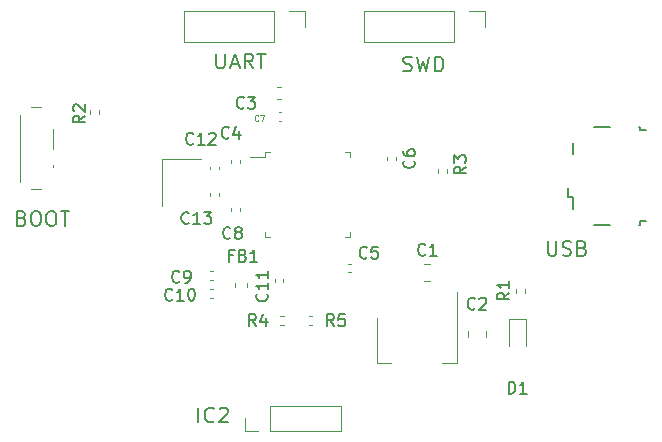
<source format=gbr>
%TF.GenerationSoftware,KiCad,Pcbnew,7.0.10*%
%TF.CreationDate,2024-01-07T18:15:16+00:00*%
%TF.ProjectId,green_storm,67726565-6e5f-4737-946f-726d2e6b6963,rev?*%
%TF.SameCoordinates,Original*%
%TF.FileFunction,Legend,Top*%
%TF.FilePolarity,Positive*%
%FSLAX46Y46*%
G04 Gerber Fmt 4.6, Leading zero omitted, Abs format (unit mm)*
G04 Created by KiCad (PCBNEW 7.0.10) date 2024-01-07 18:15:16*
%MOMM*%
%LPD*%
G01*
G04 APERTURE LIST*
%ADD10C,0.200000*%
%ADD11C,0.150000*%
%ADD12C,0.125000*%
%ADD13C,0.120000*%
G04 APERTURE END LIST*
D10*
X57833197Y-110707623D02*
X57833197Y-109457623D01*
X59142720Y-110588576D02*
X59083196Y-110648100D01*
X59083196Y-110648100D02*
X58904625Y-110707623D01*
X58904625Y-110707623D02*
X58785577Y-110707623D01*
X58785577Y-110707623D02*
X58607006Y-110648100D01*
X58607006Y-110648100D02*
X58487958Y-110529052D01*
X58487958Y-110529052D02*
X58428435Y-110410004D01*
X58428435Y-110410004D02*
X58368911Y-110171909D01*
X58368911Y-110171909D02*
X58368911Y-109993338D01*
X58368911Y-109993338D02*
X58428435Y-109755242D01*
X58428435Y-109755242D02*
X58487958Y-109636195D01*
X58487958Y-109636195D02*
X58607006Y-109517147D01*
X58607006Y-109517147D02*
X58785577Y-109457623D01*
X58785577Y-109457623D02*
X58904625Y-109457623D01*
X58904625Y-109457623D02*
X59083196Y-109517147D01*
X59083196Y-109517147D02*
X59142720Y-109576671D01*
X59618911Y-109576671D02*
X59678435Y-109517147D01*
X59678435Y-109517147D02*
X59797482Y-109457623D01*
X59797482Y-109457623D02*
X60095101Y-109457623D01*
X60095101Y-109457623D02*
X60214149Y-109517147D01*
X60214149Y-109517147D02*
X60273673Y-109576671D01*
X60273673Y-109576671D02*
X60333196Y-109695719D01*
X60333196Y-109695719D02*
X60333196Y-109814766D01*
X60333196Y-109814766D02*
X60273673Y-109993338D01*
X60273673Y-109993338D02*
X59559387Y-110707623D01*
X59559387Y-110707623D02*
X60333196Y-110707623D01*
X42882863Y-93415861D02*
X43061435Y-93475385D01*
X43061435Y-93475385D02*
X43120958Y-93534909D01*
X43120958Y-93534909D02*
X43180482Y-93653957D01*
X43180482Y-93653957D02*
X43180482Y-93832528D01*
X43180482Y-93832528D02*
X43120958Y-93951576D01*
X43120958Y-93951576D02*
X43061435Y-94011100D01*
X43061435Y-94011100D02*
X42942387Y-94070623D01*
X42942387Y-94070623D02*
X42466197Y-94070623D01*
X42466197Y-94070623D02*
X42466197Y-92820623D01*
X42466197Y-92820623D02*
X42882863Y-92820623D01*
X42882863Y-92820623D02*
X43001911Y-92880147D01*
X43001911Y-92880147D02*
X43061435Y-92939671D01*
X43061435Y-92939671D02*
X43120958Y-93058719D01*
X43120958Y-93058719D02*
X43120958Y-93177766D01*
X43120958Y-93177766D02*
X43061435Y-93296814D01*
X43061435Y-93296814D02*
X43001911Y-93356338D01*
X43001911Y-93356338D02*
X42882863Y-93415861D01*
X42882863Y-93415861D02*
X42466197Y-93415861D01*
X43954292Y-92820623D02*
X44192387Y-92820623D01*
X44192387Y-92820623D02*
X44311435Y-92880147D01*
X44311435Y-92880147D02*
X44430482Y-92999195D01*
X44430482Y-92999195D02*
X44490006Y-93237290D01*
X44490006Y-93237290D02*
X44490006Y-93653957D01*
X44490006Y-93653957D02*
X44430482Y-93892052D01*
X44430482Y-93892052D02*
X44311435Y-94011100D01*
X44311435Y-94011100D02*
X44192387Y-94070623D01*
X44192387Y-94070623D02*
X43954292Y-94070623D01*
X43954292Y-94070623D02*
X43835244Y-94011100D01*
X43835244Y-94011100D02*
X43716197Y-93892052D01*
X43716197Y-93892052D02*
X43656673Y-93653957D01*
X43656673Y-93653957D02*
X43656673Y-93237290D01*
X43656673Y-93237290D02*
X43716197Y-92999195D01*
X43716197Y-92999195D02*
X43835244Y-92880147D01*
X43835244Y-92880147D02*
X43954292Y-92820623D01*
X45263816Y-92820623D02*
X45501911Y-92820623D01*
X45501911Y-92820623D02*
X45620959Y-92880147D01*
X45620959Y-92880147D02*
X45740006Y-92999195D01*
X45740006Y-92999195D02*
X45799530Y-93237290D01*
X45799530Y-93237290D02*
X45799530Y-93653957D01*
X45799530Y-93653957D02*
X45740006Y-93892052D01*
X45740006Y-93892052D02*
X45620959Y-94011100D01*
X45620959Y-94011100D02*
X45501911Y-94070623D01*
X45501911Y-94070623D02*
X45263816Y-94070623D01*
X45263816Y-94070623D02*
X45144768Y-94011100D01*
X45144768Y-94011100D02*
X45025721Y-93892052D01*
X45025721Y-93892052D02*
X44966197Y-93653957D01*
X44966197Y-93653957D02*
X44966197Y-93237290D01*
X44966197Y-93237290D02*
X45025721Y-92999195D01*
X45025721Y-92999195D02*
X45144768Y-92880147D01*
X45144768Y-92880147D02*
X45263816Y-92820623D01*
X46156673Y-92820623D02*
X46870959Y-92820623D01*
X46513816Y-94070623D02*
X46513816Y-92820623D01*
X87424197Y-95360623D02*
X87424197Y-96372528D01*
X87424197Y-96372528D02*
X87483720Y-96491576D01*
X87483720Y-96491576D02*
X87543244Y-96551100D01*
X87543244Y-96551100D02*
X87662292Y-96610623D01*
X87662292Y-96610623D02*
X87900387Y-96610623D01*
X87900387Y-96610623D02*
X88019435Y-96551100D01*
X88019435Y-96551100D02*
X88078958Y-96491576D01*
X88078958Y-96491576D02*
X88138482Y-96372528D01*
X88138482Y-96372528D02*
X88138482Y-95360623D01*
X88674197Y-96551100D02*
X88852768Y-96610623D01*
X88852768Y-96610623D02*
X89150387Y-96610623D01*
X89150387Y-96610623D02*
X89269435Y-96551100D01*
X89269435Y-96551100D02*
X89328959Y-96491576D01*
X89328959Y-96491576D02*
X89388482Y-96372528D01*
X89388482Y-96372528D02*
X89388482Y-96253480D01*
X89388482Y-96253480D02*
X89328959Y-96134433D01*
X89328959Y-96134433D02*
X89269435Y-96074909D01*
X89269435Y-96074909D02*
X89150387Y-96015385D01*
X89150387Y-96015385D02*
X88912292Y-95955861D01*
X88912292Y-95955861D02*
X88793244Y-95896338D01*
X88793244Y-95896338D02*
X88733721Y-95836814D01*
X88733721Y-95836814D02*
X88674197Y-95717766D01*
X88674197Y-95717766D02*
X88674197Y-95598719D01*
X88674197Y-95598719D02*
X88733721Y-95479671D01*
X88733721Y-95479671D02*
X88793244Y-95420147D01*
X88793244Y-95420147D02*
X88912292Y-95360623D01*
X88912292Y-95360623D02*
X89209911Y-95360623D01*
X89209911Y-95360623D02*
X89388482Y-95420147D01*
X90340863Y-95955861D02*
X90519435Y-96015385D01*
X90519435Y-96015385D02*
X90578958Y-96074909D01*
X90578958Y-96074909D02*
X90638482Y-96193957D01*
X90638482Y-96193957D02*
X90638482Y-96372528D01*
X90638482Y-96372528D02*
X90578958Y-96491576D01*
X90578958Y-96491576D02*
X90519435Y-96551100D01*
X90519435Y-96551100D02*
X90400387Y-96610623D01*
X90400387Y-96610623D02*
X89924197Y-96610623D01*
X89924197Y-96610623D02*
X89924197Y-95360623D01*
X89924197Y-95360623D02*
X90340863Y-95360623D01*
X90340863Y-95360623D02*
X90459911Y-95420147D01*
X90459911Y-95420147D02*
X90519435Y-95479671D01*
X90519435Y-95479671D02*
X90578958Y-95598719D01*
X90578958Y-95598719D02*
X90578958Y-95717766D01*
X90578958Y-95717766D02*
X90519435Y-95836814D01*
X90519435Y-95836814D02*
X90459911Y-95896338D01*
X90459911Y-95896338D02*
X90340863Y-95955861D01*
X90340863Y-95955861D02*
X89924197Y-95955861D01*
X59357197Y-79485623D02*
X59357197Y-80497528D01*
X59357197Y-80497528D02*
X59416720Y-80616576D01*
X59416720Y-80616576D02*
X59476244Y-80676100D01*
X59476244Y-80676100D02*
X59595292Y-80735623D01*
X59595292Y-80735623D02*
X59833387Y-80735623D01*
X59833387Y-80735623D02*
X59952435Y-80676100D01*
X59952435Y-80676100D02*
X60011958Y-80616576D01*
X60011958Y-80616576D02*
X60071482Y-80497528D01*
X60071482Y-80497528D02*
X60071482Y-79485623D01*
X60607197Y-80378480D02*
X61202435Y-80378480D01*
X60488149Y-80735623D02*
X60904816Y-79485623D01*
X60904816Y-79485623D02*
X61321482Y-80735623D01*
X62452435Y-80735623D02*
X62035769Y-80140385D01*
X61738150Y-80735623D02*
X61738150Y-79485623D01*
X61738150Y-79485623D02*
X62214340Y-79485623D01*
X62214340Y-79485623D02*
X62333388Y-79545147D01*
X62333388Y-79545147D02*
X62392911Y-79604671D01*
X62392911Y-79604671D02*
X62452435Y-79723719D01*
X62452435Y-79723719D02*
X62452435Y-79902290D01*
X62452435Y-79902290D02*
X62392911Y-80021338D01*
X62392911Y-80021338D02*
X62333388Y-80080861D01*
X62333388Y-80080861D02*
X62214340Y-80140385D01*
X62214340Y-80140385D02*
X61738150Y-80140385D01*
X62809578Y-79485623D02*
X63523864Y-79485623D01*
X63166721Y-80735623D02*
X63166721Y-79485623D01*
X75172673Y-80930100D02*
X75351244Y-80989623D01*
X75351244Y-80989623D02*
X75648863Y-80989623D01*
X75648863Y-80989623D02*
X75767911Y-80930100D01*
X75767911Y-80930100D02*
X75827435Y-80870576D01*
X75827435Y-80870576D02*
X75886958Y-80751528D01*
X75886958Y-80751528D02*
X75886958Y-80632480D01*
X75886958Y-80632480D02*
X75827435Y-80513433D01*
X75827435Y-80513433D02*
X75767911Y-80453909D01*
X75767911Y-80453909D02*
X75648863Y-80394385D01*
X75648863Y-80394385D02*
X75410768Y-80334861D01*
X75410768Y-80334861D02*
X75291720Y-80275338D01*
X75291720Y-80275338D02*
X75232197Y-80215814D01*
X75232197Y-80215814D02*
X75172673Y-80096766D01*
X75172673Y-80096766D02*
X75172673Y-79977719D01*
X75172673Y-79977719D02*
X75232197Y-79858671D01*
X75232197Y-79858671D02*
X75291720Y-79799147D01*
X75291720Y-79799147D02*
X75410768Y-79739623D01*
X75410768Y-79739623D02*
X75708387Y-79739623D01*
X75708387Y-79739623D02*
X75886958Y-79799147D01*
X76303625Y-79739623D02*
X76601244Y-80989623D01*
X76601244Y-80989623D02*
X76839339Y-80096766D01*
X76839339Y-80096766D02*
X77077434Y-80989623D01*
X77077434Y-80989623D02*
X77375054Y-79739623D01*
X77851244Y-80989623D02*
X77851244Y-79739623D01*
X77851244Y-79739623D02*
X78148863Y-79739623D01*
X78148863Y-79739623D02*
X78327434Y-79799147D01*
X78327434Y-79799147D02*
X78446482Y-79918195D01*
X78446482Y-79918195D02*
X78506005Y-80037242D01*
X78506005Y-80037242D02*
X78565529Y-80275338D01*
X78565529Y-80275338D02*
X78565529Y-80453909D01*
X78565529Y-80453909D02*
X78506005Y-80692004D01*
X78506005Y-80692004D02*
X78446482Y-80811052D01*
X78446482Y-80811052D02*
X78327434Y-80930100D01*
X78327434Y-80930100D02*
X78148863Y-80989623D01*
X78148863Y-80989623D02*
X77851244Y-80989623D01*
D11*
X63605580Y-99829857D02*
X63653200Y-99877476D01*
X63653200Y-99877476D02*
X63700819Y-100020333D01*
X63700819Y-100020333D02*
X63700819Y-100115571D01*
X63700819Y-100115571D02*
X63653200Y-100258428D01*
X63653200Y-100258428D02*
X63557961Y-100353666D01*
X63557961Y-100353666D02*
X63462723Y-100401285D01*
X63462723Y-100401285D02*
X63272247Y-100448904D01*
X63272247Y-100448904D02*
X63129390Y-100448904D01*
X63129390Y-100448904D02*
X62938914Y-100401285D01*
X62938914Y-100401285D02*
X62843676Y-100353666D01*
X62843676Y-100353666D02*
X62748438Y-100258428D01*
X62748438Y-100258428D02*
X62700819Y-100115571D01*
X62700819Y-100115571D02*
X62700819Y-100020333D01*
X62700819Y-100020333D02*
X62748438Y-99877476D01*
X62748438Y-99877476D02*
X62796057Y-99829857D01*
X63700819Y-98877476D02*
X63700819Y-99448904D01*
X63700819Y-99163190D02*
X62700819Y-99163190D01*
X62700819Y-99163190D02*
X62843676Y-99258428D01*
X62843676Y-99258428D02*
X62938914Y-99353666D01*
X62938914Y-99353666D02*
X62986533Y-99448904D01*
X63700819Y-97925095D02*
X63700819Y-98496523D01*
X63700819Y-98210809D02*
X62700819Y-98210809D01*
X62700819Y-98210809D02*
X62843676Y-98306047D01*
X62843676Y-98306047D02*
X62938914Y-98401285D01*
X62938914Y-98401285D02*
X62986533Y-98496523D01*
X57396142Y-87100580D02*
X57348523Y-87148200D01*
X57348523Y-87148200D02*
X57205666Y-87195819D01*
X57205666Y-87195819D02*
X57110428Y-87195819D01*
X57110428Y-87195819D02*
X56967571Y-87148200D01*
X56967571Y-87148200D02*
X56872333Y-87052961D01*
X56872333Y-87052961D02*
X56824714Y-86957723D01*
X56824714Y-86957723D02*
X56777095Y-86767247D01*
X56777095Y-86767247D02*
X56777095Y-86624390D01*
X56777095Y-86624390D02*
X56824714Y-86433914D01*
X56824714Y-86433914D02*
X56872333Y-86338676D01*
X56872333Y-86338676D02*
X56967571Y-86243438D01*
X56967571Y-86243438D02*
X57110428Y-86195819D01*
X57110428Y-86195819D02*
X57205666Y-86195819D01*
X57205666Y-86195819D02*
X57348523Y-86243438D01*
X57348523Y-86243438D02*
X57396142Y-86291057D01*
X58348523Y-87195819D02*
X57777095Y-87195819D01*
X58062809Y-87195819D02*
X58062809Y-86195819D01*
X58062809Y-86195819D02*
X57967571Y-86338676D01*
X57967571Y-86338676D02*
X57872333Y-86433914D01*
X57872333Y-86433914D02*
X57777095Y-86481533D01*
X58729476Y-86291057D02*
X58777095Y-86243438D01*
X58777095Y-86243438D02*
X58872333Y-86195819D01*
X58872333Y-86195819D02*
X59110428Y-86195819D01*
X59110428Y-86195819D02*
X59205666Y-86243438D01*
X59205666Y-86243438D02*
X59253285Y-86291057D01*
X59253285Y-86291057D02*
X59300904Y-86386295D01*
X59300904Y-86386295D02*
X59300904Y-86481533D01*
X59300904Y-86481533D02*
X59253285Y-86624390D01*
X59253285Y-86624390D02*
X58681857Y-87195819D01*
X58681857Y-87195819D02*
X59300904Y-87195819D01*
X84097905Y-108277819D02*
X84097905Y-107277819D01*
X84097905Y-107277819D02*
X84336000Y-107277819D01*
X84336000Y-107277819D02*
X84478857Y-107325438D01*
X84478857Y-107325438D02*
X84574095Y-107420676D01*
X84574095Y-107420676D02*
X84621714Y-107515914D01*
X84621714Y-107515914D02*
X84669333Y-107706390D01*
X84669333Y-107706390D02*
X84669333Y-107849247D01*
X84669333Y-107849247D02*
X84621714Y-108039723D01*
X84621714Y-108039723D02*
X84574095Y-108134961D01*
X84574095Y-108134961D02*
X84478857Y-108230200D01*
X84478857Y-108230200D02*
X84336000Y-108277819D01*
X84336000Y-108277819D02*
X84097905Y-108277819D01*
X85621714Y-108277819D02*
X85050286Y-108277819D01*
X85336000Y-108277819D02*
X85336000Y-107277819D01*
X85336000Y-107277819D02*
X85240762Y-107420676D01*
X85240762Y-107420676D02*
X85145524Y-107515914D01*
X85145524Y-107515914D02*
X85050286Y-107563533D01*
X81240333Y-101070580D02*
X81192714Y-101118200D01*
X81192714Y-101118200D02*
X81049857Y-101165819D01*
X81049857Y-101165819D02*
X80954619Y-101165819D01*
X80954619Y-101165819D02*
X80811762Y-101118200D01*
X80811762Y-101118200D02*
X80716524Y-101022961D01*
X80716524Y-101022961D02*
X80668905Y-100927723D01*
X80668905Y-100927723D02*
X80621286Y-100737247D01*
X80621286Y-100737247D02*
X80621286Y-100594390D01*
X80621286Y-100594390D02*
X80668905Y-100403914D01*
X80668905Y-100403914D02*
X80716524Y-100308676D01*
X80716524Y-100308676D02*
X80811762Y-100213438D01*
X80811762Y-100213438D02*
X80954619Y-100165819D01*
X80954619Y-100165819D02*
X81049857Y-100165819D01*
X81049857Y-100165819D02*
X81192714Y-100213438D01*
X81192714Y-100213438D02*
X81240333Y-100261057D01*
X81621286Y-100261057D02*
X81668905Y-100213438D01*
X81668905Y-100213438D02*
X81764143Y-100165819D01*
X81764143Y-100165819D02*
X82002238Y-100165819D01*
X82002238Y-100165819D02*
X82097476Y-100213438D01*
X82097476Y-100213438D02*
X82145095Y-100261057D01*
X82145095Y-100261057D02*
X82192714Y-100356295D01*
X82192714Y-100356295D02*
X82192714Y-100451533D01*
X82192714Y-100451533D02*
X82145095Y-100594390D01*
X82145095Y-100594390D02*
X81573667Y-101165819D01*
X81573667Y-101165819D02*
X82192714Y-101165819D01*
X80464819Y-89066666D02*
X79988628Y-89399999D01*
X80464819Y-89638094D02*
X79464819Y-89638094D01*
X79464819Y-89638094D02*
X79464819Y-89257142D01*
X79464819Y-89257142D02*
X79512438Y-89161904D01*
X79512438Y-89161904D02*
X79560057Y-89114285D01*
X79560057Y-89114285D02*
X79655295Y-89066666D01*
X79655295Y-89066666D02*
X79798152Y-89066666D01*
X79798152Y-89066666D02*
X79893390Y-89114285D01*
X79893390Y-89114285D02*
X79941009Y-89161904D01*
X79941009Y-89161904D02*
X79988628Y-89257142D01*
X79988628Y-89257142D02*
X79988628Y-89638094D01*
X79464819Y-88733332D02*
X79464819Y-88114285D01*
X79464819Y-88114285D02*
X79845771Y-88447618D01*
X79845771Y-88447618D02*
X79845771Y-88304761D01*
X79845771Y-88304761D02*
X79893390Y-88209523D01*
X79893390Y-88209523D02*
X79941009Y-88161904D01*
X79941009Y-88161904D02*
X80036247Y-88114285D01*
X80036247Y-88114285D02*
X80274342Y-88114285D01*
X80274342Y-88114285D02*
X80369580Y-88161904D01*
X80369580Y-88161904D02*
X80417200Y-88209523D01*
X80417200Y-88209523D02*
X80464819Y-88304761D01*
X80464819Y-88304761D02*
X80464819Y-88590475D01*
X80464819Y-88590475D02*
X80417200Y-88685713D01*
X80417200Y-88685713D02*
X80369580Y-88733332D01*
X72096333Y-96752580D02*
X72048714Y-96800200D01*
X72048714Y-96800200D02*
X71905857Y-96847819D01*
X71905857Y-96847819D02*
X71810619Y-96847819D01*
X71810619Y-96847819D02*
X71667762Y-96800200D01*
X71667762Y-96800200D02*
X71572524Y-96704961D01*
X71572524Y-96704961D02*
X71524905Y-96609723D01*
X71524905Y-96609723D02*
X71477286Y-96419247D01*
X71477286Y-96419247D02*
X71477286Y-96276390D01*
X71477286Y-96276390D02*
X71524905Y-96085914D01*
X71524905Y-96085914D02*
X71572524Y-95990676D01*
X71572524Y-95990676D02*
X71667762Y-95895438D01*
X71667762Y-95895438D02*
X71810619Y-95847819D01*
X71810619Y-95847819D02*
X71905857Y-95847819D01*
X71905857Y-95847819D02*
X72048714Y-95895438D01*
X72048714Y-95895438D02*
X72096333Y-95943057D01*
X73001095Y-95847819D02*
X72524905Y-95847819D01*
X72524905Y-95847819D02*
X72477286Y-96324009D01*
X72477286Y-96324009D02*
X72524905Y-96276390D01*
X72524905Y-96276390D02*
X72620143Y-96228771D01*
X72620143Y-96228771D02*
X72858238Y-96228771D01*
X72858238Y-96228771D02*
X72953476Y-96276390D01*
X72953476Y-96276390D02*
X73001095Y-96324009D01*
X73001095Y-96324009D02*
X73048714Y-96419247D01*
X73048714Y-96419247D02*
X73048714Y-96657342D01*
X73048714Y-96657342D02*
X73001095Y-96752580D01*
X73001095Y-96752580D02*
X72953476Y-96800200D01*
X72953476Y-96800200D02*
X72858238Y-96847819D01*
X72858238Y-96847819D02*
X72620143Y-96847819D01*
X72620143Y-96847819D02*
X72524905Y-96800200D01*
X72524905Y-96800200D02*
X72477286Y-96752580D01*
X48206819Y-84748666D02*
X47730628Y-85081999D01*
X48206819Y-85320094D02*
X47206819Y-85320094D01*
X47206819Y-85320094D02*
X47206819Y-84939142D01*
X47206819Y-84939142D02*
X47254438Y-84843904D01*
X47254438Y-84843904D02*
X47302057Y-84796285D01*
X47302057Y-84796285D02*
X47397295Y-84748666D01*
X47397295Y-84748666D02*
X47540152Y-84748666D01*
X47540152Y-84748666D02*
X47635390Y-84796285D01*
X47635390Y-84796285D02*
X47683009Y-84843904D01*
X47683009Y-84843904D02*
X47730628Y-84939142D01*
X47730628Y-84939142D02*
X47730628Y-85320094D01*
X47302057Y-84367713D02*
X47254438Y-84320094D01*
X47254438Y-84320094D02*
X47206819Y-84224856D01*
X47206819Y-84224856D02*
X47206819Y-83986761D01*
X47206819Y-83986761D02*
X47254438Y-83891523D01*
X47254438Y-83891523D02*
X47302057Y-83843904D01*
X47302057Y-83843904D02*
X47397295Y-83796285D01*
X47397295Y-83796285D02*
X47492533Y-83796285D01*
X47492533Y-83796285D02*
X47635390Y-83843904D01*
X47635390Y-83843904D02*
X48206819Y-84415332D01*
X48206819Y-84415332D02*
X48206819Y-83796285D01*
X61682333Y-84052580D02*
X61634714Y-84100200D01*
X61634714Y-84100200D02*
X61491857Y-84147819D01*
X61491857Y-84147819D02*
X61396619Y-84147819D01*
X61396619Y-84147819D02*
X61253762Y-84100200D01*
X61253762Y-84100200D02*
X61158524Y-84004961D01*
X61158524Y-84004961D02*
X61110905Y-83909723D01*
X61110905Y-83909723D02*
X61063286Y-83719247D01*
X61063286Y-83719247D02*
X61063286Y-83576390D01*
X61063286Y-83576390D02*
X61110905Y-83385914D01*
X61110905Y-83385914D02*
X61158524Y-83290676D01*
X61158524Y-83290676D02*
X61253762Y-83195438D01*
X61253762Y-83195438D02*
X61396619Y-83147819D01*
X61396619Y-83147819D02*
X61491857Y-83147819D01*
X61491857Y-83147819D02*
X61634714Y-83195438D01*
X61634714Y-83195438D02*
X61682333Y-83243057D01*
X62015667Y-83147819D02*
X62634714Y-83147819D01*
X62634714Y-83147819D02*
X62301381Y-83528771D01*
X62301381Y-83528771D02*
X62444238Y-83528771D01*
X62444238Y-83528771D02*
X62539476Y-83576390D01*
X62539476Y-83576390D02*
X62587095Y-83624009D01*
X62587095Y-83624009D02*
X62634714Y-83719247D01*
X62634714Y-83719247D02*
X62634714Y-83957342D01*
X62634714Y-83957342D02*
X62587095Y-84052580D01*
X62587095Y-84052580D02*
X62539476Y-84100200D01*
X62539476Y-84100200D02*
X62444238Y-84147819D01*
X62444238Y-84147819D02*
X62158524Y-84147819D01*
X62158524Y-84147819D02*
X62063286Y-84100200D01*
X62063286Y-84100200D02*
X62015667Y-84052580D01*
X69302333Y-102562819D02*
X68969000Y-102086628D01*
X68730905Y-102562819D02*
X68730905Y-101562819D01*
X68730905Y-101562819D02*
X69111857Y-101562819D01*
X69111857Y-101562819D02*
X69207095Y-101610438D01*
X69207095Y-101610438D02*
X69254714Y-101658057D01*
X69254714Y-101658057D02*
X69302333Y-101753295D01*
X69302333Y-101753295D02*
X69302333Y-101896152D01*
X69302333Y-101896152D02*
X69254714Y-101991390D01*
X69254714Y-101991390D02*
X69207095Y-102039009D01*
X69207095Y-102039009D02*
X69111857Y-102086628D01*
X69111857Y-102086628D02*
X68730905Y-102086628D01*
X70207095Y-101562819D02*
X69730905Y-101562819D01*
X69730905Y-101562819D02*
X69683286Y-102039009D01*
X69683286Y-102039009D02*
X69730905Y-101991390D01*
X69730905Y-101991390D02*
X69826143Y-101943771D01*
X69826143Y-101943771D02*
X70064238Y-101943771D01*
X70064238Y-101943771D02*
X70159476Y-101991390D01*
X70159476Y-101991390D02*
X70207095Y-102039009D01*
X70207095Y-102039009D02*
X70254714Y-102134247D01*
X70254714Y-102134247D02*
X70254714Y-102372342D01*
X70254714Y-102372342D02*
X70207095Y-102467580D01*
X70207095Y-102467580D02*
X70159476Y-102515200D01*
X70159476Y-102515200D02*
X70064238Y-102562819D01*
X70064238Y-102562819D02*
X69826143Y-102562819D01*
X69826143Y-102562819D02*
X69730905Y-102515200D01*
X69730905Y-102515200D02*
X69683286Y-102467580D01*
X55618142Y-100308580D02*
X55570523Y-100356200D01*
X55570523Y-100356200D02*
X55427666Y-100403819D01*
X55427666Y-100403819D02*
X55332428Y-100403819D01*
X55332428Y-100403819D02*
X55189571Y-100356200D01*
X55189571Y-100356200D02*
X55094333Y-100260961D01*
X55094333Y-100260961D02*
X55046714Y-100165723D01*
X55046714Y-100165723D02*
X54999095Y-99975247D01*
X54999095Y-99975247D02*
X54999095Y-99832390D01*
X54999095Y-99832390D02*
X55046714Y-99641914D01*
X55046714Y-99641914D02*
X55094333Y-99546676D01*
X55094333Y-99546676D02*
X55189571Y-99451438D01*
X55189571Y-99451438D02*
X55332428Y-99403819D01*
X55332428Y-99403819D02*
X55427666Y-99403819D01*
X55427666Y-99403819D02*
X55570523Y-99451438D01*
X55570523Y-99451438D02*
X55618142Y-99499057D01*
X56570523Y-100403819D02*
X55999095Y-100403819D01*
X56284809Y-100403819D02*
X56284809Y-99403819D01*
X56284809Y-99403819D02*
X56189571Y-99546676D01*
X56189571Y-99546676D02*
X56094333Y-99641914D01*
X56094333Y-99641914D02*
X55999095Y-99689533D01*
X57189571Y-99403819D02*
X57284809Y-99403819D01*
X57284809Y-99403819D02*
X57380047Y-99451438D01*
X57380047Y-99451438D02*
X57427666Y-99499057D01*
X57427666Y-99499057D02*
X57475285Y-99594295D01*
X57475285Y-99594295D02*
X57522904Y-99784771D01*
X57522904Y-99784771D02*
X57522904Y-100022866D01*
X57522904Y-100022866D02*
X57475285Y-100213342D01*
X57475285Y-100213342D02*
X57427666Y-100308580D01*
X57427666Y-100308580D02*
X57380047Y-100356200D01*
X57380047Y-100356200D02*
X57284809Y-100403819D01*
X57284809Y-100403819D02*
X57189571Y-100403819D01*
X57189571Y-100403819D02*
X57094333Y-100356200D01*
X57094333Y-100356200D02*
X57046714Y-100308580D01*
X57046714Y-100308580D02*
X56999095Y-100213342D01*
X56999095Y-100213342D02*
X56951476Y-100022866D01*
X56951476Y-100022866D02*
X56951476Y-99784771D01*
X56951476Y-99784771D02*
X56999095Y-99594295D01*
X56999095Y-99594295D02*
X57046714Y-99499057D01*
X57046714Y-99499057D02*
X57094333Y-99451438D01*
X57094333Y-99451438D02*
X57189571Y-99403819D01*
X56221333Y-98784580D02*
X56173714Y-98832200D01*
X56173714Y-98832200D02*
X56030857Y-98879819D01*
X56030857Y-98879819D02*
X55935619Y-98879819D01*
X55935619Y-98879819D02*
X55792762Y-98832200D01*
X55792762Y-98832200D02*
X55697524Y-98736961D01*
X55697524Y-98736961D02*
X55649905Y-98641723D01*
X55649905Y-98641723D02*
X55602286Y-98451247D01*
X55602286Y-98451247D02*
X55602286Y-98308390D01*
X55602286Y-98308390D02*
X55649905Y-98117914D01*
X55649905Y-98117914D02*
X55697524Y-98022676D01*
X55697524Y-98022676D02*
X55792762Y-97927438D01*
X55792762Y-97927438D02*
X55935619Y-97879819D01*
X55935619Y-97879819D02*
X56030857Y-97879819D01*
X56030857Y-97879819D02*
X56173714Y-97927438D01*
X56173714Y-97927438D02*
X56221333Y-97975057D01*
X56697524Y-98879819D02*
X56888000Y-98879819D01*
X56888000Y-98879819D02*
X56983238Y-98832200D01*
X56983238Y-98832200D02*
X57030857Y-98784580D01*
X57030857Y-98784580D02*
X57126095Y-98641723D01*
X57126095Y-98641723D02*
X57173714Y-98451247D01*
X57173714Y-98451247D02*
X57173714Y-98070295D01*
X57173714Y-98070295D02*
X57126095Y-97975057D01*
X57126095Y-97975057D02*
X57078476Y-97927438D01*
X57078476Y-97927438D02*
X56983238Y-97879819D01*
X56983238Y-97879819D02*
X56792762Y-97879819D01*
X56792762Y-97879819D02*
X56697524Y-97927438D01*
X56697524Y-97927438D02*
X56649905Y-97975057D01*
X56649905Y-97975057D02*
X56602286Y-98070295D01*
X56602286Y-98070295D02*
X56602286Y-98308390D01*
X56602286Y-98308390D02*
X56649905Y-98403628D01*
X56649905Y-98403628D02*
X56697524Y-98451247D01*
X56697524Y-98451247D02*
X56792762Y-98498866D01*
X56792762Y-98498866D02*
X56983238Y-98498866D01*
X56983238Y-98498866D02*
X57078476Y-98451247D01*
X57078476Y-98451247D02*
X57126095Y-98403628D01*
X57126095Y-98403628D02*
X57173714Y-98308390D01*
X77049333Y-96498580D02*
X77001714Y-96546200D01*
X77001714Y-96546200D02*
X76858857Y-96593819D01*
X76858857Y-96593819D02*
X76763619Y-96593819D01*
X76763619Y-96593819D02*
X76620762Y-96546200D01*
X76620762Y-96546200D02*
X76525524Y-96450961D01*
X76525524Y-96450961D02*
X76477905Y-96355723D01*
X76477905Y-96355723D02*
X76430286Y-96165247D01*
X76430286Y-96165247D02*
X76430286Y-96022390D01*
X76430286Y-96022390D02*
X76477905Y-95831914D01*
X76477905Y-95831914D02*
X76525524Y-95736676D01*
X76525524Y-95736676D02*
X76620762Y-95641438D01*
X76620762Y-95641438D02*
X76763619Y-95593819D01*
X76763619Y-95593819D02*
X76858857Y-95593819D01*
X76858857Y-95593819D02*
X77001714Y-95641438D01*
X77001714Y-95641438D02*
X77049333Y-95689057D01*
X78001714Y-96593819D02*
X77430286Y-96593819D01*
X77716000Y-96593819D02*
X77716000Y-95593819D01*
X77716000Y-95593819D02*
X77620762Y-95736676D01*
X77620762Y-95736676D02*
X77525524Y-95831914D01*
X77525524Y-95831914D02*
X77430286Y-95879533D01*
X76051580Y-88558666D02*
X76099200Y-88606285D01*
X76099200Y-88606285D02*
X76146819Y-88749142D01*
X76146819Y-88749142D02*
X76146819Y-88844380D01*
X76146819Y-88844380D02*
X76099200Y-88987237D01*
X76099200Y-88987237D02*
X76003961Y-89082475D01*
X76003961Y-89082475D02*
X75908723Y-89130094D01*
X75908723Y-89130094D02*
X75718247Y-89177713D01*
X75718247Y-89177713D02*
X75575390Y-89177713D01*
X75575390Y-89177713D02*
X75384914Y-89130094D01*
X75384914Y-89130094D02*
X75289676Y-89082475D01*
X75289676Y-89082475D02*
X75194438Y-88987237D01*
X75194438Y-88987237D02*
X75146819Y-88844380D01*
X75146819Y-88844380D02*
X75146819Y-88749142D01*
X75146819Y-88749142D02*
X75194438Y-88606285D01*
X75194438Y-88606285D02*
X75242057Y-88558666D01*
X75146819Y-87701523D02*
X75146819Y-87891999D01*
X75146819Y-87891999D02*
X75194438Y-87987237D01*
X75194438Y-87987237D02*
X75242057Y-88034856D01*
X75242057Y-88034856D02*
X75384914Y-88130094D01*
X75384914Y-88130094D02*
X75575390Y-88177713D01*
X75575390Y-88177713D02*
X75956342Y-88177713D01*
X75956342Y-88177713D02*
X76051580Y-88130094D01*
X76051580Y-88130094D02*
X76099200Y-88082475D01*
X76099200Y-88082475D02*
X76146819Y-87987237D01*
X76146819Y-87987237D02*
X76146819Y-87796761D01*
X76146819Y-87796761D02*
X76099200Y-87701523D01*
X76099200Y-87701523D02*
X76051580Y-87653904D01*
X76051580Y-87653904D02*
X75956342Y-87606285D01*
X75956342Y-87606285D02*
X75718247Y-87606285D01*
X75718247Y-87606285D02*
X75623009Y-87653904D01*
X75623009Y-87653904D02*
X75575390Y-87701523D01*
X75575390Y-87701523D02*
X75527771Y-87796761D01*
X75527771Y-87796761D02*
X75527771Y-87987237D01*
X75527771Y-87987237D02*
X75575390Y-88082475D01*
X75575390Y-88082475D02*
X75623009Y-88130094D01*
X75623009Y-88130094D02*
X75718247Y-88177713D01*
X62698333Y-102562819D02*
X62365000Y-102086628D01*
X62126905Y-102562819D02*
X62126905Y-101562819D01*
X62126905Y-101562819D02*
X62507857Y-101562819D01*
X62507857Y-101562819D02*
X62603095Y-101610438D01*
X62603095Y-101610438D02*
X62650714Y-101658057D01*
X62650714Y-101658057D02*
X62698333Y-101753295D01*
X62698333Y-101753295D02*
X62698333Y-101896152D01*
X62698333Y-101896152D02*
X62650714Y-101991390D01*
X62650714Y-101991390D02*
X62603095Y-102039009D01*
X62603095Y-102039009D02*
X62507857Y-102086628D01*
X62507857Y-102086628D02*
X62126905Y-102086628D01*
X63555476Y-101896152D02*
X63555476Y-102562819D01*
X63317381Y-101515200D02*
X63079286Y-102229485D01*
X63079286Y-102229485D02*
X63698333Y-102229485D01*
X57015142Y-93803580D02*
X56967523Y-93851200D01*
X56967523Y-93851200D02*
X56824666Y-93898819D01*
X56824666Y-93898819D02*
X56729428Y-93898819D01*
X56729428Y-93898819D02*
X56586571Y-93851200D01*
X56586571Y-93851200D02*
X56491333Y-93755961D01*
X56491333Y-93755961D02*
X56443714Y-93660723D01*
X56443714Y-93660723D02*
X56396095Y-93470247D01*
X56396095Y-93470247D02*
X56396095Y-93327390D01*
X56396095Y-93327390D02*
X56443714Y-93136914D01*
X56443714Y-93136914D02*
X56491333Y-93041676D01*
X56491333Y-93041676D02*
X56586571Y-92946438D01*
X56586571Y-92946438D02*
X56729428Y-92898819D01*
X56729428Y-92898819D02*
X56824666Y-92898819D01*
X56824666Y-92898819D02*
X56967523Y-92946438D01*
X56967523Y-92946438D02*
X57015142Y-92994057D01*
X57967523Y-93898819D02*
X57396095Y-93898819D01*
X57681809Y-93898819D02*
X57681809Y-92898819D01*
X57681809Y-92898819D02*
X57586571Y-93041676D01*
X57586571Y-93041676D02*
X57491333Y-93136914D01*
X57491333Y-93136914D02*
X57396095Y-93184533D01*
X58300857Y-92898819D02*
X58919904Y-92898819D01*
X58919904Y-92898819D02*
X58586571Y-93279771D01*
X58586571Y-93279771D02*
X58729428Y-93279771D01*
X58729428Y-93279771D02*
X58824666Y-93327390D01*
X58824666Y-93327390D02*
X58872285Y-93375009D01*
X58872285Y-93375009D02*
X58919904Y-93470247D01*
X58919904Y-93470247D02*
X58919904Y-93708342D01*
X58919904Y-93708342D02*
X58872285Y-93803580D01*
X58872285Y-93803580D02*
X58824666Y-93851200D01*
X58824666Y-93851200D02*
X58729428Y-93898819D01*
X58729428Y-93898819D02*
X58443714Y-93898819D01*
X58443714Y-93898819D02*
X58348476Y-93851200D01*
X58348476Y-93851200D02*
X58300857Y-93803580D01*
D12*
X62908666Y-85140190D02*
X62884857Y-85164000D01*
X62884857Y-85164000D02*
X62813428Y-85187809D01*
X62813428Y-85187809D02*
X62765809Y-85187809D01*
X62765809Y-85187809D02*
X62694381Y-85164000D01*
X62694381Y-85164000D02*
X62646762Y-85116380D01*
X62646762Y-85116380D02*
X62622952Y-85068761D01*
X62622952Y-85068761D02*
X62599143Y-84973523D01*
X62599143Y-84973523D02*
X62599143Y-84902095D01*
X62599143Y-84902095D02*
X62622952Y-84806857D01*
X62622952Y-84806857D02*
X62646762Y-84759238D01*
X62646762Y-84759238D02*
X62694381Y-84711619D01*
X62694381Y-84711619D02*
X62765809Y-84687809D01*
X62765809Y-84687809D02*
X62813428Y-84687809D01*
X62813428Y-84687809D02*
X62884857Y-84711619D01*
X62884857Y-84711619D02*
X62908666Y-84735428D01*
X63075333Y-84687809D02*
X63408666Y-84687809D01*
X63408666Y-84687809D02*
X63194381Y-85187809D01*
D11*
X60761666Y-96578009D02*
X60428333Y-96578009D01*
X60428333Y-97101819D02*
X60428333Y-96101819D01*
X60428333Y-96101819D02*
X60904523Y-96101819D01*
X61618809Y-96578009D02*
X61761666Y-96625628D01*
X61761666Y-96625628D02*
X61809285Y-96673247D01*
X61809285Y-96673247D02*
X61856904Y-96768485D01*
X61856904Y-96768485D02*
X61856904Y-96911342D01*
X61856904Y-96911342D02*
X61809285Y-97006580D01*
X61809285Y-97006580D02*
X61761666Y-97054200D01*
X61761666Y-97054200D02*
X61666428Y-97101819D01*
X61666428Y-97101819D02*
X61285476Y-97101819D01*
X61285476Y-97101819D02*
X61285476Y-96101819D01*
X61285476Y-96101819D02*
X61618809Y-96101819D01*
X61618809Y-96101819D02*
X61714047Y-96149438D01*
X61714047Y-96149438D02*
X61761666Y-96197057D01*
X61761666Y-96197057D02*
X61809285Y-96292295D01*
X61809285Y-96292295D02*
X61809285Y-96387533D01*
X61809285Y-96387533D02*
X61761666Y-96482771D01*
X61761666Y-96482771D02*
X61714047Y-96530390D01*
X61714047Y-96530390D02*
X61618809Y-96578009D01*
X61618809Y-96578009D02*
X61285476Y-96578009D01*
X62809285Y-97101819D02*
X62237857Y-97101819D01*
X62523571Y-97101819D02*
X62523571Y-96101819D01*
X62523571Y-96101819D02*
X62428333Y-96244676D01*
X62428333Y-96244676D02*
X62333095Y-96339914D01*
X62333095Y-96339914D02*
X62237857Y-96387533D01*
X60539333Y-95073580D02*
X60491714Y-95121200D01*
X60491714Y-95121200D02*
X60348857Y-95168819D01*
X60348857Y-95168819D02*
X60253619Y-95168819D01*
X60253619Y-95168819D02*
X60110762Y-95121200D01*
X60110762Y-95121200D02*
X60015524Y-95025961D01*
X60015524Y-95025961D02*
X59967905Y-94930723D01*
X59967905Y-94930723D02*
X59920286Y-94740247D01*
X59920286Y-94740247D02*
X59920286Y-94597390D01*
X59920286Y-94597390D02*
X59967905Y-94406914D01*
X59967905Y-94406914D02*
X60015524Y-94311676D01*
X60015524Y-94311676D02*
X60110762Y-94216438D01*
X60110762Y-94216438D02*
X60253619Y-94168819D01*
X60253619Y-94168819D02*
X60348857Y-94168819D01*
X60348857Y-94168819D02*
X60491714Y-94216438D01*
X60491714Y-94216438D02*
X60539333Y-94264057D01*
X61110762Y-94597390D02*
X61015524Y-94549771D01*
X61015524Y-94549771D02*
X60967905Y-94502152D01*
X60967905Y-94502152D02*
X60920286Y-94406914D01*
X60920286Y-94406914D02*
X60920286Y-94359295D01*
X60920286Y-94359295D02*
X60967905Y-94264057D01*
X60967905Y-94264057D02*
X61015524Y-94216438D01*
X61015524Y-94216438D02*
X61110762Y-94168819D01*
X61110762Y-94168819D02*
X61301238Y-94168819D01*
X61301238Y-94168819D02*
X61396476Y-94216438D01*
X61396476Y-94216438D02*
X61444095Y-94264057D01*
X61444095Y-94264057D02*
X61491714Y-94359295D01*
X61491714Y-94359295D02*
X61491714Y-94406914D01*
X61491714Y-94406914D02*
X61444095Y-94502152D01*
X61444095Y-94502152D02*
X61396476Y-94549771D01*
X61396476Y-94549771D02*
X61301238Y-94597390D01*
X61301238Y-94597390D02*
X61110762Y-94597390D01*
X61110762Y-94597390D02*
X61015524Y-94645009D01*
X61015524Y-94645009D02*
X60967905Y-94692628D01*
X60967905Y-94692628D02*
X60920286Y-94787866D01*
X60920286Y-94787866D02*
X60920286Y-94978342D01*
X60920286Y-94978342D02*
X60967905Y-95073580D01*
X60967905Y-95073580D02*
X61015524Y-95121200D01*
X61015524Y-95121200D02*
X61110762Y-95168819D01*
X61110762Y-95168819D02*
X61301238Y-95168819D01*
X61301238Y-95168819D02*
X61396476Y-95121200D01*
X61396476Y-95121200D02*
X61444095Y-95073580D01*
X61444095Y-95073580D02*
X61491714Y-94978342D01*
X61491714Y-94978342D02*
X61491714Y-94787866D01*
X61491714Y-94787866D02*
X61444095Y-94692628D01*
X61444095Y-94692628D02*
X61396476Y-94645009D01*
X61396476Y-94645009D02*
X61301238Y-94597390D01*
X84147819Y-99734666D02*
X83671628Y-100067999D01*
X84147819Y-100306094D02*
X83147819Y-100306094D01*
X83147819Y-100306094D02*
X83147819Y-99925142D01*
X83147819Y-99925142D02*
X83195438Y-99829904D01*
X83195438Y-99829904D02*
X83243057Y-99782285D01*
X83243057Y-99782285D02*
X83338295Y-99734666D01*
X83338295Y-99734666D02*
X83481152Y-99734666D01*
X83481152Y-99734666D02*
X83576390Y-99782285D01*
X83576390Y-99782285D02*
X83624009Y-99829904D01*
X83624009Y-99829904D02*
X83671628Y-99925142D01*
X83671628Y-99925142D02*
X83671628Y-100306094D01*
X84147819Y-98782285D02*
X84147819Y-99353713D01*
X84147819Y-99067999D02*
X83147819Y-99067999D01*
X83147819Y-99067999D02*
X83290676Y-99163237D01*
X83290676Y-99163237D02*
X83385914Y-99258475D01*
X83385914Y-99258475D02*
X83433533Y-99353713D01*
X60412333Y-86592580D02*
X60364714Y-86640200D01*
X60364714Y-86640200D02*
X60221857Y-86687819D01*
X60221857Y-86687819D02*
X60126619Y-86687819D01*
X60126619Y-86687819D02*
X59983762Y-86640200D01*
X59983762Y-86640200D02*
X59888524Y-86544961D01*
X59888524Y-86544961D02*
X59840905Y-86449723D01*
X59840905Y-86449723D02*
X59793286Y-86259247D01*
X59793286Y-86259247D02*
X59793286Y-86116390D01*
X59793286Y-86116390D02*
X59840905Y-85925914D01*
X59840905Y-85925914D02*
X59888524Y-85830676D01*
X59888524Y-85830676D02*
X59983762Y-85735438D01*
X59983762Y-85735438D02*
X60126619Y-85687819D01*
X60126619Y-85687819D02*
X60221857Y-85687819D01*
X60221857Y-85687819D02*
X60364714Y-85735438D01*
X60364714Y-85735438D02*
X60412333Y-85783057D01*
X61269476Y-86021152D02*
X61269476Y-86687819D01*
X61031381Y-85640200D02*
X60793286Y-86354485D01*
X60793286Y-86354485D02*
X61412333Y-86354485D01*
D13*
%TO.C,C11*%
X65003000Y-98571164D02*
X65003000Y-98786836D01*
X64283000Y-98571164D02*
X64283000Y-98786836D01*
%TO.C,C12*%
X58822000Y-89289836D02*
X58822000Y-89074164D01*
X59542000Y-89289836D02*
X59542000Y-89074164D01*
%TO.C,D1*%
X85571000Y-101994500D02*
X84101000Y-101994500D01*
X84101000Y-101994500D02*
X84101000Y-104279500D01*
X85571000Y-104279500D02*
X85571000Y-101994500D01*
%TO.C,C2*%
X80672000Y-103512252D02*
X80672000Y-102989748D01*
X82142000Y-103512252D02*
X82142000Y-102989748D01*
%TO.C,R3*%
X78866000Y-89254359D02*
X78866000Y-89561641D01*
X78106000Y-89254359D02*
X78106000Y-89561641D01*
%TO.C,C5*%
X70719836Y-98023000D02*
X70504164Y-98023000D01*
X70719836Y-97303000D02*
X70504164Y-97303000D01*
%TO.C,R2*%
X48642000Y-84608641D02*
X48642000Y-84301359D01*
X49402000Y-84608641D02*
X49402000Y-84301359D01*
%TO.C,C3*%
X64502420Y-82294000D02*
X64783580Y-82294000D01*
X64502420Y-83314000D02*
X64783580Y-83314000D01*
%TO.C,J3*%
X66852000Y-75886000D02*
X66852000Y-77216000D01*
X65522000Y-75886000D02*
X66852000Y-75886000D01*
X64252000Y-75886000D02*
X56572000Y-75886000D01*
X64252000Y-75886000D02*
X64252000Y-78546000D01*
X56572000Y-75886000D02*
X56572000Y-78546000D01*
X64252000Y-78546000D02*
X56572000Y-78546000D01*
%TO.C,J4*%
X61805000Y-111423000D02*
X61805000Y-110363000D01*
X62865000Y-111423000D02*
X61805000Y-111423000D01*
X63865000Y-111423000D02*
X69925000Y-111423000D01*
X63865000Y-111423000D02*
X63865000Y-109303000D01*
X69925000Y-111423000D02*
X69925000Y-109303000D01*
X63865000Y-109303000D02*
X69925000Y-109303000D01*
%TO.C,R5*%
X67156359Y-101728000D02*
X67463641Y-101728000D01*
X67156359Y-102488000D02*
X67463641Y-102488000D01*
%TO.C,C10*%
X59063836Y-100182000D02*
X58848164Y-100182000D01*
X59063836Y-99462000D02*
X58848164Y-99462000D01*
%TO.C,C9*%
X59063836Y-98658000D02*
X58848164Y-98658000D01*
X59063836Y-97938000D02*
X58848164Y-97938000D01*
%TO.C,C1*%
X76954748Y-97309000D02*
X77477252Y-97309000D01*
X76954748Y-98779000D02*
X77477252Y-98779000D01*
%TO.C,C6*%
X74528000Y-88284164D02*
X74528000Y-88499836D01*
X73808000Y-88284164D02*
X73808000Y-88499836D01*
D11*
%TO.C,J1*%
X91293000Y-93969000D02*
X92693000Y-93969000D01*
X95093000Y-93969000D02*
X95243000Y-93969000D01*
X95243000Y-93969000D02*
X95243000Y-93669000D01*
X95243000Y-93669000D02*
X95693000Y-93669000D01*
X89118000Y-91619000D02*
X89543000Y-91619000D01*
X89543000Y-91619000D02*
X89543000Y-92619000D01*
X89118000Y-90894000D02*
X89118000Y-91619000D01*
X89543000Y-88019000D02*
X89543000Y-87019000D01*
X95243000Y-85969000D02*
X95243000Y-85669000D01*
X95693000Y-85969000D02*
X95243000Y-85969000D01*
X92693000Y-85669000D02*
X91293000Y-85669000D01*
X95243000Y-85669000D02*
X95093000Y-85669000D01*
D13*
%TO.C,J2*%
X82102000Y-75886000D02*
X82102000Y-77216000D01*
X80772000Y-75886000D02*
X82102000Y-75886000D01*
X79502000Y-75886000D02*
X71822000Y-75886000D01*
X79502000Y-75886000D02*
X79502000Y-78546000D01*
X71822000Y-75886000D02*
X71822000Y-78546000D01*
X79502000Y-78546000D02*
X71822000Y-78546000D01*
%TO.C,R4*%
X65050641Y-102488000D02*
X64743359Y-102488000D01*
X65050641Y-101728000D02*
X64743359Y-101728000D01*
%TO.C,U2*%
X63446000Y-87830000D02*
X63446000Y-88280000D01*
X63446000Y-88280000D02*
X62156000Y-88280000D01*
X63446000Y-95050000D02*
X63446000Y-94600000D01*
X63896000Y-87830000D02*
X63446000Y-87830000D01*
X63896000Y-95050000D02*
X63446000Y-95050000D01*
X70216000Y-87830000D02*
X70666000Y-87830000D01*
X70216000Y-95050000D02*
X70666000Y-95050000D01*
X70666000Y-87830000D02*
X70666000Y-88280000D01*
X70666000Y-95050000D02*
X70666000Y-94600000D01*
%TO.C,C13*%
X58822000Y-91519836D02*
X58822000Y-91304164D01*
X59542000Y-91519836D02*
X59542000Y-91304164D01*
%TO.C,C7*%
X64634164Y-84476000D02*
X64849836Y-84476000D01*
X64634164Y-85196000D02*
X64849836Y-85196000D01*
%TO.C,U1*%
X79737000Y-99659000D02*
X79737000Y-105669000D01*
X72917000Y-101909000D02*
X72917000Y-105669000D01*
X79737000Y-105669000D02*
X78477000Y-105669000D01*
X72917000Y-105669000D02*
X74177000Y-105669000D01*
%TO.C,FB1*%
X61978000Y-98897221D02*
X61978000Y-99222779D01*
X60958000Y-98897221D02*
X60958000Y-99222779D01*
%TO.C,C8*%
X60600000Y-92789836D02*
X60600000Y-92574164D01*
X61320000Y-92789836D02*
X61320000Y-92574164D01*
%TO.C,SW1*%
X44487000Y-84053000D02*
X43697000Y-84053000D01*
X42687000Y-84653000D02*
X42687000Y-90353000D01*
X45537000Y-85903000D02*
X45537000Y-87603000D01*
X45537000Y-88903000D02*
X45537000Y-89103000D01*
X43697000Y-90953000D02*
X44487000Y-90953000D01*
%TO.C,Y1*%
X58038000Y-88424000D02*
X54738000Y-88424000D01*
X54738000Y-88424000D02*
X54738000Y-92424000D01*
%TO.C,R1*%
X84710000Y-99721641D02*
X84710000Y-99414359D01*
X85470000Y-99721641D02*
X85470000Y-99414359D01*
%TO.C,C4*%
X60600000Y-88753836D02*
X60600000Y-88538164D01*
X61320000Y-88753836D02*
X61320000Y-88538164D01*
%TD*%
M02*

</source>
